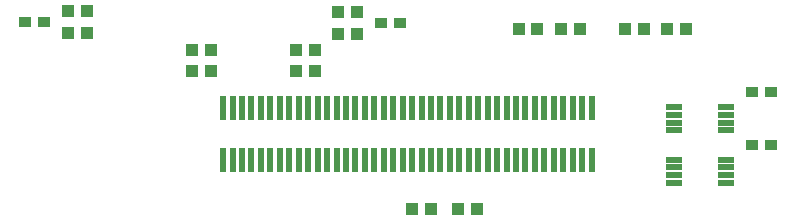
<source format=gtp>
G04*
G04 #@! TF.GenerationSoftware,Altium Limited,Altium Designer,24.2.2 (26)*
G04*
G04 Layer_Color=8421504*
%FSLAX44Y44*%
%MOMM*%
G71*
G04*
G04 #@! TF.SameCoordinates,AE1E6ACB-0CC1-432D-8EAE-CAE1C6468999*
G04*
G04*
G04 #@! TF.FilePolarity,Positive*
G04*
G01*
G75*
%ADD14R,1.0500X1.0000*%
%ADD15R,1.0000X0.9500*%
%ADD16R,1.4224X0.5080*%
%ADD17R,0.5000X2.0000*%
D14*
X-166000Y28220D02*
D03*
X-182000Y28220D02*
D03*
X-166000Y46000D02*
D03*
X-182000Y46000D02*
D03*
X-94360Y45720D02*
D03*
X-78360D02*
D03*
X-42800Y78105D02*
D03*
X-58800D02*
D03*
X-42800Y59055D02*
D03*
X-58800D02*
D03*
X59180Y-88900D02*
D03*
X43180D02*
D03*
X4320D02*
D03*
X20320D02*
D03*
X236025Y63500D02*
D03*
X220025D02*
D03*
X184025D02*
D03*
X200025D02*
D03*
X146175D02*
D03*
X130175D02*
D03*
X94175D02*
D03*
X110175D02*
D03*
X-271400Y78740D02*
D03*
X-287400D02*
D03*
X-271400Y59690D02*
D03*
X-287400D02*
D03*
X-94360Y27940D02*
D03*
X-78360D02*
D03*
D15*
X-6350Y68580D02*
D03*
X-22350D02*
D03*
X308100Y-34798D02*
D03*
X292100D02*
D03*
X308100Y9652D02*
D03*
X292100D02*
D03*
X-307850Y69215D02*
D03*
X-323850D02*
D03*
D16*
X269748Y-3048D02*
D03*
X269748Y-9398D02*
D03*
Y-16002D02*
D03*
X269748Y-22352D02*
D03*
X225552D02*
D03*
X225552Y-16002D02*
D03*
Y-9398D02*
D03*
X225552Y-3048D02*
D03*
X269748Y-47498D02*
D03*
X269748Y-53848D02*
D03*
Y-60452D02*
D03*
X269748Y-66802D02*
D03*
X225552D02*
D03*
X225552Y-60452D02*
D03*
Y-53848D02*
D03*
X225552Y-47498D02*
D03*
D17*
X-156000Y-3400D02*
D03*
Y-47400D02*
D03*
X-148000Y-3400D02*
D03*
Y-47400D02*
D03*
X-140000Y-3400D02*
D03*
Y-47400D02*
D03*
X-132000Y-3400D02*
D03*
Y-47400D02*
D03*
X-124000Y-3400D02*
D03*
Y-47400D02*
D03*
X-116000Y-3400D02*
D03*
Y-47400D02*
D03*
X-108000Y-3400D02*
D03*
Y-47400D02*
D03*
X-100000Y-3400D02*
D03*
Y-47400D02*
D03*
X-92000Y-3400D02*
D03*
Y-47400D02*
D03*
X-84000Y-3400D02*
D03*
Y-47400D02*
D03*
X-76000Y-3400D02*
D03*
Y-47400D02*
D03*
X-68000Y-3400D02*
D03*
Y-47400D02*
D03*
X-60000Y-3400D02*
D03*
Y-47400D02*
D03*
X-52000Y-3400D02*
D03*
Y-47400D02*
D03*
X-44000Y-3400D02*
D03*
Y-47400D02*
D03*
X-36000Y-3400D02*
D03*
Y-47400D02*
D03*
X-28000Y-3400D02*
D03*
Y-47400D02*
D03*
X-20000Y-3400D02*
D03*
Y-47400D02*
D03*
X-12000Y-3400D02*
D03*
Y-47400D02*
D03*
X-4000Y-3400D02*
D03*
Y-47400D02*
D03*
X4000Y-3400D02*
D03*
Y-47400D02*
D03*
X12000Y-3400D02*
D03*
Y-47400D02*
D03*
X20000Y-3400D02*
D03*
Y-47400D02*
D03*
X28000Y-3400D02*
D03*
Y-47400D02*
D03*
X36000Y-3400D02*
D03*
Y-47400D02*
D03*
X44000Y-3400D02*
D03*
Y-47400D02*
D03*
X52000Y-3400D02*
D03*
Y-47400D02*
D03*
X60000Y-3400D02*
D03*
Y-47400D02*
D03*
X68000Y-3400D02*
D03*
Y-47400D02*
D03*
X76000Y-3400D02*
D03*
Y-47400D02*
D03*
X84000Y-3400D02*
D03*
Y-47400D02*
D03*
X92000Y-3400D02*
D03*
Y-47400D02*
D03*
X100000Y-3400D02*
D03*
Y-47400D02*
D03*
X108000Y-3400D02*
D03*
Y-47400D02*
D03*
X116000Y-3400D02*
D03*
Y-47400D02*
D03*
X124000Y-3400D02*
D03*
Y-47400D02*
D03*
X132000Y-3400D02*
D03*
Y-47400D02*
D03*
X140000Y-3400D02*
D03*
Y-47400D02*
D03*
X148000Y-3400D02*
D03*
Y-47400D02*
D03*
X156000Y-3400D02*
D03*
Y-47400D02*
D03*
M02*

</source>
